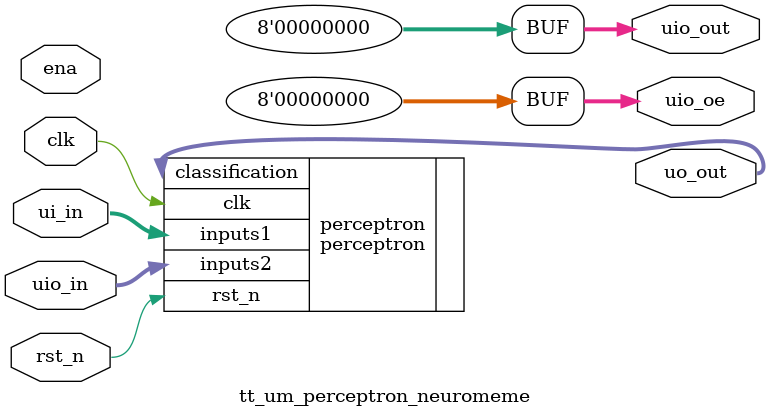
<source format=v>
`default_nettype none

module tt_um_perceptron_neuromeme  (
    input  wire [7:0] ui_in,    // Dedicated inputs - connected to the input switches
    output wire [7:0] uo_out,   // Dedicated outputs - connected to the 7 segment display
    input  wire [7:0] uio_in,   // IOs: Bidirectional Input path
    output wire [7:0] uio_out,  // IOs: Bidirectional Output path
    output wire [7:0] uio_oe,   // IOs: Bidirectional Enable path (active high: 0=input, 1=output)
    input  wire       ena,      // will go high when the design is enabled
    input  wire       clk,      // clock
    input  wire       rst_n     // reset_n - low to reset
);


    // use bidirectionals as outputs
    assign uio_oe = 8'b00000000;
    
    // assign the bidirectionals that we are using to 0
    // assign uio_in = 8'b00000000;

    // assign the bidirectionals that we aren't using to 0
    assign uio_out = 8'b00000000;

    // instantiate perceptron
    perceptron perceptron(.inputs1(ui_in), .inputs2(uio_in), .clk(clk), .rst_n(rst_n), .classification(uo_out));

endmodule

</source>
